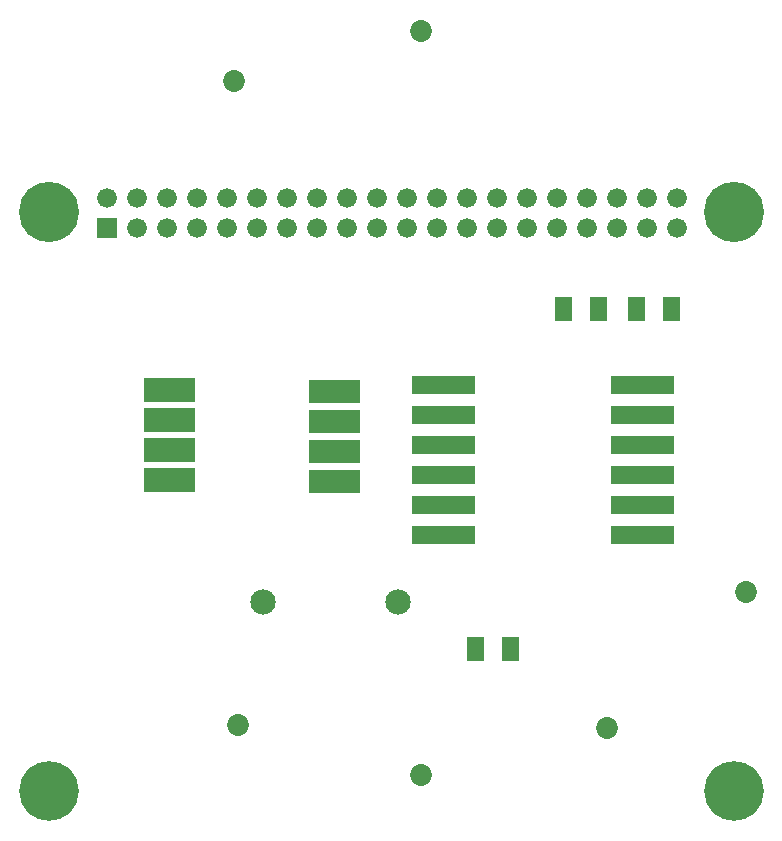
<source format=gbr>
G04 start of page 11 for group -4063 idx -4063 *
G04 Title: (unknown), componentmask *
G04 Creator: pcb 4.2.0 *
G04 CreationDate: Wed Dec  4 15:10:37 2019 UTC *
G04 For: blinken *
G04 Format: Gerber/RS-274X *
G04 PCB-Dimensions (mil): 2755.91 2755.91 *
G04 PCB-Coordinate-Origin: lower left *
%MOIN*%
%FSLAX25Y25*%
%LNTOPMASK*%
%ADD103C,0.2008*%
%ADD102C,0.1988*%
%ADD101C,0.0001*%
%ADD100C,0.0847*%
%ADD99C,0.0729*%
%ADD98C,0.0660*%
G54D98*X83110Y201614D03*
X93110D03*
X103110D03*
X83110Y211614D03*
X93110D03*
X103110D03*
X113110D03*
X123110D03*
X133110D03*
X113110Y201614D03*
X123110D03*
X133110D03*
X143110D03*
G54D99*X137876Y19057D03*
X246144Y80081D03*
G54D100*X130309Y76781D03*
X85033D03*
G54D99*X137876Y267089D03*
X75376Y250342D03*
X76852Y35789D03*
X199884Y34805D03*
G54D98*X53110Y201614D03*
Y211614D03*
X63110Y201614D03*
Y211614D03*
G54D101*G36*
X29810Y204914D02*Y198314D01*
X36410D01*
Y204914D01*
X29810D01*
G37*
G54D98*X33110Y211614D03*
X43110Y201614D03*
Y211614D03*
X73110Y201614D03*
Y211614D03*
X143110D03*
X153110Y201614D03*
X163110D03*
X173110D03*
X153110Y211614D03*
X163110D03*
X173110D03*
X183110D03*
X193110D03*
X203110D03*
X183110Y201614D03*
X193110D03*
X203110D03*
X213110D03*
Y211614D03*
X223110D03*
Y201614D03*
G54D102*X13780Y13780D03*
G54D103*X242126Y206693D03*
X13780D03*
G54D102*X242126Y13780D03*
G54D101*G36*
X200024Y178646D02*X194306D01*
Y170566D01*
X200024D01*
Y178646D01*
G37*
G36*
X188214D02*X182496D01*
Y170566D01*
X188214D01*
Y178646D01*
G37*
G36*
X224236D02*X218518D01*
Y170566D01*
X224236D01*
Y178646D01*
G37*
G36*
X212426D02*X206708D01*
Y170566D01*
X212426D01*
Y178646D01*
G37*
G36*
X45633Y151483D02*Y143578D01*
X62594D01*
Y151483D01*
X45633D01*
G37*
G36*
X134927Y152238D02*Y146301D01*
X155864D01*
Y152238D01*
X134927D01*
G37*
G36*
X201108D02*Y146301D01*
X222045D01*
Y152238D01*
X201108D01*
G37*
G36*
X45633Y141483D02*Y133578D01*
X62594D01*
Y141483D01*
X45633D01*
G37*
G36*
X134927Y142238D02*Y136301D01*
X155864D01*
Y142238D01*
X134927D01*
G37*
G36*
X201108D02*Y136301D01*
X222045D01*
Y142238D01*
X201108D01*
G37*
G36*
X45633Y131483D02*Y123578D01*
X62594D01*
Y131483D01*
X45633D01*
G37*
G36*
X134927Y132238D02*Y126301D01*
X155864D01*
Y132238D01*
X134927D01*
G37*
G36*
X201108D02*Y126301D01*
X222045D01*
Y132238D01*
X201108D01*
G37*
G36*
X45633Y121483D02*Y113578D01*
X62594D01*
Y121483D01*
X45633D01*
G37*
G36*
X134927Y122238D02*Y116301D01*
X155864D01*
Y122238D01*
X134927D01*
G37*
G36*
X201108D02*Y116301D01*
X222045D01*
Y122238D01*
X201108D01*
G37*
G36*
X100578Y150983D02*Y143078D01*
X117539D01*
Y150983D01*
X100578D01*
G37*
G36*
Y140983D02*Y133078D01*
X117539D01*
Y140983D01*
X100578D01*
G37*
G36*
Y130983D02*Y123078D01*
X117539D01*
Y130983D01*
X100578D01*
G37*
G36*
Y120983D02*Y113078D01*
X117539D01*
Y120983D01*
X100578D01*
G37*
G36*
X158883Y65300D02*X153165D01*
Y57220D01*
X158883D01*
Y65300D01*
G37*
G36*
X170693D02*X164975D01*
Y57220D01*
X170693D01*
Y65300D01*
G37*
G36*
X134927Y102238D02*Y96301D01*
X155864D01*
Y102238D01*
X134927D01*
G37*
G36*
Y112238D02*Y106301D01*
X155864D01*
Y112238D01*
X134927D01*
G37*
G36*
X201108Y102238D02*Y96301D01*
X222045D01*
Y102238D01*
X201108D01*
G37*
G36*
Y112238D02*Y106301D01*
X222045D01*
Y112238D01*
X201108D01*
G37*
M02*

</source>
